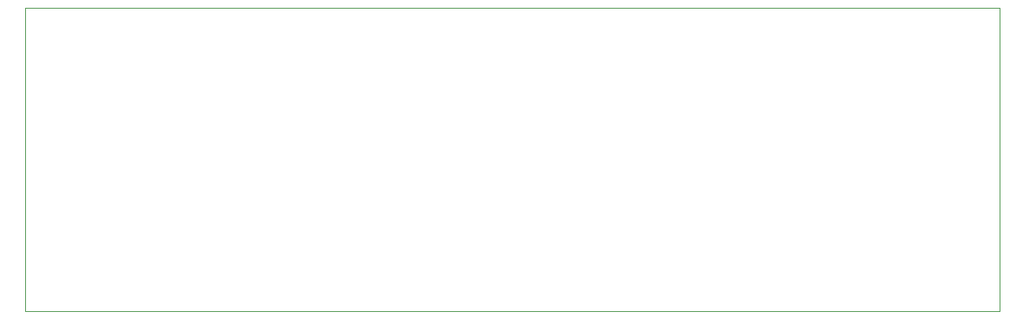
<source format=gm1>
G04 #@! TF.GenerationSoftware,KiCad,Pcbnew,(5.1.5)-3*
G04 #@! TF.CreationDate,2021-03-15T11:57:00-05:00*
G04 #@! TF.ProjectId,channel,6368616e-6e65-46c2-9e6b-696361645f70,rev?*
G04 #@! TF.SameCoordinates,Original*
G04 #@! TF.FileFunction,Profile,NP*
%FSLAX46Y46*%
G04 Gerber Fmt 4.6, Leading zero omitted, Abs format (unit mm)*
G04 Created by KiCad (PCBNEW (5.1.5)-3) date 2021-03-15 11:57:00*
%MOMM*%
%LPD*%
G04 APERTURE LIST*
%ADD10C,0.100000*%
G04 APERTURE END LIST*
D10*
X199263000Y-87376000D02*
X199263000Y-120015000D01*
X94361000Y-87376000D02*
X199263000Y-87376000D01*
X94361000Y-120015000D02*
X94361000Y-87376000D01*
X199263000Y-120015000D02*
X94361000Y-120015000D01*
M02*

</source>
